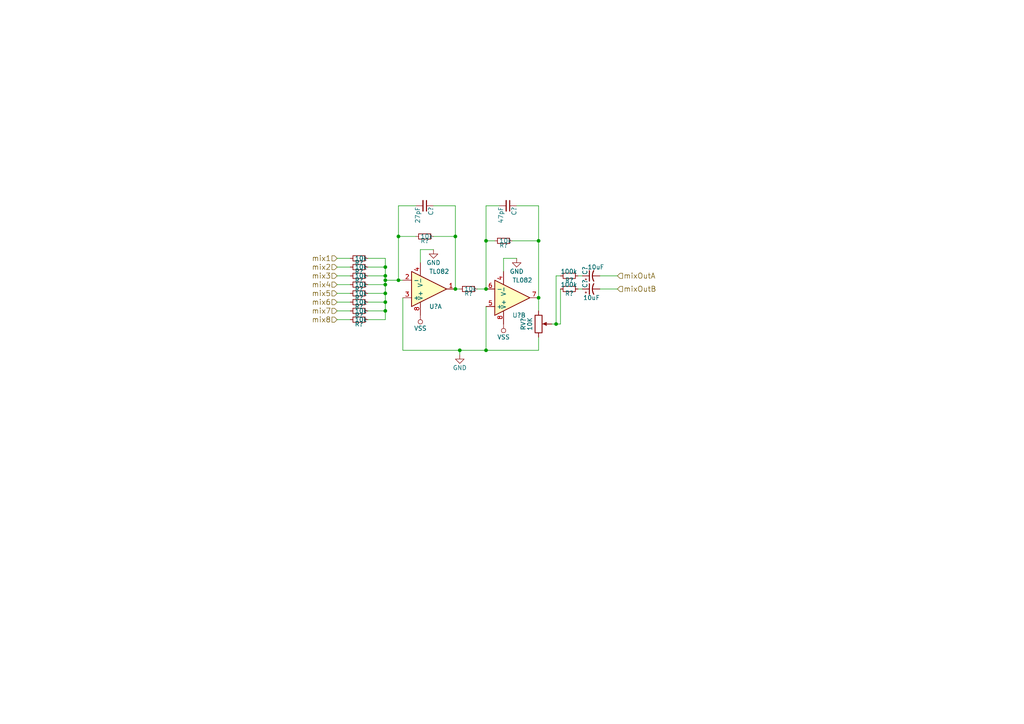
<source format=kicad_sch>
(kicad_sch (version 20230121) (generator eeschema)
  (paper "A4")
  (lib_symbols
    (symbol "CMOSworkshop-rescue:CP1_Small" (pin_numbers hide) (pin_names (offset 0.254) hide)
      (property "Reference" "C" (at 0.254 1.778 0))
      (property "Value" "CP1_Small" (at 0.254 -2.032 0))
      (symbol "CP1_Small_0_1"
        (polyline (pts (xy -1.524 0.508) (xy 1.524 0.508)) (stroke (width 0.3048)))
        (polyline (pts (xy -1.27 1.524) (xy -0.762 1.524)))
        (polyline (pts (xy -1.016 1.27) (xy -1.016 1.778)))
        (arc (start 1.524 -0.762) (mid 0 -0.3734) (end -1.524 -0.762) (stroke (width 0.3048)))
      )
      (symbol "CP1_Small_1_1"
        (pin passive line (at 0 2.54 270) (length 2.032) (name "+") (number "+"))
        (pin passive line (at 0 -2.54 90) (length 2.032) (name "-") (number "-"))
      )
    )
    (symbol "CMOSworkshop-rescue:C_Small" (pin_numbers hide) (pin_names (offset 0.254) hide)
      (property "Reference" "C" (at 0.254 1.778 0))
      (property "Value" "C_Small" (at 0.254 -2.032 0))
      (symbol "C_Small_0_1"
        (polyline (pts (xy -1.524 -0.508) (xy 1.524 -0.508)) (stroke (width 0.3302)))
        (polyline (pts (xy -1.524 0.508) (xy 1.524 0.508)) (stroke (width 0.3048)))
      )
      (symbol "C_Small_1_1"
        (pin passive line (at 0 2.54 270) (length 2.032) (name "~") (number "1"))
        (pin passive line (at 0 -2.54 90) (length 2.032) (name "~") (number "2"))
      )
    )
    (symbol "CMOSworkshop-rescue:GND" (power) (pin_names (offset 0))
      (property "Value" "GND" (at 0 -3.81 0))
      (symbol "GND_0_1"
        (polyline (pts (xy 0 0) (xy 0 -1.27) (xy 1.27 -1.27) (xy 0 -2.54) (xy -1.27 -1.27) (xy 0 -1.27)))
      )
      (symbol "GND_1_1"
        (pin power_in line (at 0 0 270) (length 0) hide (name "GND") (number "1"))
      )
    )
    (symbol "CMOSworkshop-rescue:POT" (pin_numbers hide) (pin_names (offset 1.016) hide)
      (property "Reference" "RV" (at -4.445 0 90))
      (property "Value" "POT" (at -2.54 0 90))
      (symbol "POT_0_1"
        (polyline (pts (xy 2.54 0) (xy 1.524 0)))
        (polyline (pts (xy 1.143 0) (xy 2.286 0.508) (xy 2.286 -0.508)) (fill (type outline)))
        (rectangle (start 1.016 2.54) (end -1.016 -2.54) (stroke (width 0.254)))
      )
      (symbol "POT_1_1"
        (pin passive line (at 0 3.81 270) (length 1.27) (name "1") (number "1"))
        (pin passive line (at 3.81 0 180) (length 1.27) (name "2") (number "2"))
        (pin passive line (at 0 -3.81 90) (length 1.27) (name "3") (number "3"))
      )
    )
    (symbol "CMOSworkshop-rescue:R_Small" (pin_numbers hide) (pin_names (offset 0.254) hide)
      (property "Reference" "R" (at 0.762 0.508 0))
      (property "Value" "R_Small" (at 0.762 -1.016 0))
      (symbol "R_Small_0_1"
        (rectangle (start -0.762 1.778) (end 0.762 -1.778) (stroke (width 0.2032)))
      )
      (symbol "R_Small_1_1"
        (pin passive line (at 0 2.54 270) (length 0.762) (name "~") (number "1"))
        (pin passive line (at 0 -2.54 90) (length 0.762) (name "~") (number "2"))
      )
    )
    (symbol "CMOSworkshop-rescue:TL082"
      (property "Reference" "U" (at 0 5.08 0))
      (property "Value" "TL082" (at 0 -5.08 0))
      (symbol "TL082_0_1"
        (polyline (pts (xy -5.08 5.08) (xy 5.08 0) (xy -5.08 -5.08) (xy -5.08 5.08)) (stroke (width 0.254)) (fill (type background)))
        (pin power_in line (at -2.54 -7.62 90) (length 3.81) (name "V-") (number "4"))
        (pin power_in line (at -2.54 7.62 270) (length 3.81) (name "V+") (number "8"))
      )
      (symbol "TL082_1_1"
        (pin output line (at 7.62 0 180) (length 2.54) (name "~") (number "1"))
        (pin input line (at -7.62 -2.54 0) (length 2.54) (name "-") (number "2"))
        (pin input line (at -7.62 2.54 0) (length 2.54) (name "+") (number "3"))
      )
      (symbol "TL082_2_1"
        (pin input line (at -7.62 2.54 0) (length 2.54) (name "+") (number "5"))
        (pin input line (at -7.62 -2.54 0) (length 2.54) (name "-") (number "6"))
        (pin output line (at 7.62 0 180) (length 2.54) (name "~") (number "7"))
      )
    )
    (symbol "CMOSworkshop-rescue:VSS" (power) (pin_names (offset 0))
      (property "Value" "VSS" (at 0 3.81 0))
      (symbol "VSS_0_1"
        (polyline (pts (xy 0 0) (xy 0 1.27)))
        (circle (center 0 1.905) (radius 0.635))
      )
      (symbol "VSS_1_1"
        (pin power_in line (at 0 0 90) (length 0) hide (name "VSS") (number "1"))
      )
    )
  )
  (junction (at 133.35 101.6))
  (junction (at 111.76 85.09))
  (junction (at 111.76 77.47))
  (junction (at 115.57 68.58))
  (junction (at 115.57 81.28))
  (junction (at 111.76 82.55))
  (junction (at 161.29 93.98))
  (junction (at 132.08 68.58))
  (junction (at 111.76 81.28))
  (junction (at 156.21 86.36))
  (junction (at 132.08 83.82))
  (junction (at 156.21 69.85))
  (junction (at 111.76 87.63))
  (junction (at 140.97 101.6))
  (junction (at 140.97 69.85))
  (junction (at 140.97 83.82))
  (junction (at 111.76 90.17))
  (junction (at 111.76 80.01))
  (wire (pts (xy 148.59 69.85) (xy 156.21 69.85)))
  (wire (pts (xy 125.73 72.39) (xy 121.92 72.39)))
  (wire (pts (xy 115.57 68.58) (xy 115.57 81.28)))
  (wire (pts (xy 125.73 59.69) (xy 132.08 59.69)))
  (wire (pts (xy 146.05 74.93) (xy 146.05 78.74)))
  (wire (pts (xy 125.73 68.58) (xy 132.08 68.58)))
  (wire (pts (xy 115.57 81.28) (xy 111.76 81.28)))
  (wire (pts (xy 140.97 59.69) (xy 140.97 69.85)))
  (wire (pts (xy 116.84 101.6) (xy 133.35 101.6)))
  (wire (pts (xy 97.79 80.01) (xy 101.6 80.01)))
  (wire (pts (xy 116.84 86.36) (xy 116.84 101.6)))
  (wire (pts (xy 140.97 101.6) (xy 156.21 101.6)))
  (wire (pts (xy 111.76 80.01) (xy 111.76 81.28)))
  (wire (pts (xy 132.08 59.69) (xy 132.08 68.58)))
  (wire (pts (xy 133.35 102.87) (xy 133.35 101.6)))
  (wire (pts (xy 111.76 77.47) (xy 111.76 80.01)))
  (wire (pts (xy 116.84 81.28) (xy 115.57 81.28)))
  (wire (pts (xy 140.97 83.82) (xy 138.43 83.82)))
  (wire (pts (xy 140.97 101.6) (xy 140.97 88.9)))
  (wire (pts (xy 111.76 85.09) (xy 106.68 85.09)))
  (wire (pts (xy 106.68 77.47) (xy 111.76 77.47)))
  (wire (pts (xy 111.76 90.17) (xy 111.76 92.71)))
  (wire (pts (xy 162.56 83.82) (xy 162.56 93.98)))
  (wire (pts (xy 162.56 80.01) (xy 161.29 80.01)))
  (wire (pts (xy 101.6 90.17) (xy 97.79 90.17)))
  (wire (pts (xy 132.08 68.58) (xy 132.08 83.82)))
  (wire (pts (xy 111.76 74.93) (xy 111.76 77.47)))
  (wire (pts (xy 156.21 86.36) (xy 156.21 90.17)))
  (wire (pts (xy 162.56 93.98) (xy 161.29 93.98)))
  (wire (pts (xy 156.21 69.85) (xy 156.21 86.36)))
  (wire (pts (xy 132.08 83.82) (xy 133.35 83.82)))
  (wire (pts (xy 143.51 69.85) (xy 140.97 69.85)))
  (wire (pts (xy 167.64 83.82) (xy 168.91 83.82)))
  (wire (pts (xy 156.21 101.6) (xy 156.21 97.79)))
  (wire (pts (xy 156.21 59.69) (xy 156.21 69.85)))
  (wire (pts (xy 121.92 72.39) (xy 121.92 76.2)))
  (wire (pts (xy 173.99 80.01) (xy 179.07 80.01)))
  (wire (pts (xy 111.76 90.17) (xy 106.68 90.17)))
  (wire (pts (xy 111.76 85.09) (xy 111.76 87.63)))
  (wire (pts (xy 106.68 80.01) (xy 111.76 80.01)))
  (wire (pts (xy 161.29 93.98) (xy 160.02 93.98)))
  (wire (pts (xy 149.86 59.69) (xy 156.21 59.69)))
  (wire (pts (xy 101.6 92.71) (xy 97.79 92.71)))
  (wire (pts (xy 173.99 83.82) (xy 179.07 83.82)))
  (wire (pts (xy 111.76 82.55) (xy 106.68 82.55)))
  (wire (pts (xy 111.76 81.28) (xy 111.76 82.55)))
  (wire (pts (xy 111.76 82.55) (xy 111.76 85.09)))
  (wire (pts (xy 140.97 69.85) (xy 140.97 83.82)))
  (wire (pts (xy 133.35 101.6) (xy 140.97 101.6)))
  (wire (pts (xy 111.76 87.63) (xy 106.68 87.63)))
  (wire (pts (xy 115.57 59.69) (xy 115.57 68.58)))
  (wire (pts (xy 161.29 80.01) (xy 161.29 93.98)))
  (wire (pts (xy 101.6 87.63) (xy 97.79 87.63)))
  (wire (pts (xy 167.64 80.01) (xy 168.91 80.01)))
  (wire (pts (xy 144.78 59.69) (xy 140.97 59.69)))
  (wire (pts (xy 111.76 74.93) (xy 106.68 74.93)))
  (wire (pts (xy 149.86 74.93) (xy 146.05 74.93)))
  (wire (pts (xy 97.79 74.93) (xy 101.6 74.93)))
  (wire (pts (xy 120.65 68.58) (xy 115.57 68.58)))
  (wire (pts (xy 111.76 92.71) (xy 106.68 92.71)))
  (wire (pts (xy 97.79 77.47) (xy 101.6 77.47)))
  (wire (pts (xy 97.79 85.09) (xy 101.6 85.09)))
  (wire (pts (xy 111.76 87.63) (xy 111.76 90.17)))
  (wire (pts (xy 97.79 82.55) (xy 101.6 82.55)))
  (wire (pts (xy 120.65 59.69) (xy 115.57 59.69)))
  (hierarchical_label "mixOutA" (shape input) (at 179.07 80.01 0) (effects (font (size 1.524 1.524))))
  (hierarchical_label "mix4" (shape input) (at 97.79 82.55 180) (effects (font (size 1.524 1.524))))
  (hierarchical_label "mix8" (shape input) (at 97.79 92.71 180) (effects (font (size 1.524 1.524))))
  (hierarchical_label "mix6" (shape input) (at 97.79 87.63 180) (effects (font (size 1.524 1.524))))
  (hierarchical_label "mix2" (shape input) (at 97.79 77.47 180) (effects (font (size 1.524 1.524))))
  (hierarchical_label "mix7" (shape input) (at 97.79 90.17 180) (effects (font (size 1.524 1.524))))
  (hierarchical_label "mix1" (shape input) (at 97.79 74.93 180) (effects (font (size 1.524 1.524))))
  (hierarchical_label "mixOutB" (shape input) (at 179.07 83.82 0) (effects (font (size 1.524 1.524))))
  (hierarchical_label "mix3" (shape input) (at 97.79 80.01 180) (effects (font (size 1.524 1.524))))
  (hierarchical_label "mix5" (shape input) (at 97.79 85.09 180) (effects (font (size 1.524 1.524))))
  (symbol (lib_id "CMOSworkshop-rescue:R_Small") (at 104.14 92.71 270) (unit 1)
    (property "Reference" "R?" (at 102.87 93.98 90) (effects (justify left)))
    (property "Value" "10k" (at 102.87 92.71 90) (effects (justify left)))
  )
  (symbol (lib_id "CMOSworkshop-rescue:R_Small") (at 104.14 90.17 270) (unit 1)
    (property "Reference" "R?" (at 102.87 91.44 90) (effects (justify left)))
    (property "Value" "10k" (at 102.87 90.17 90) (effects (justify left)))
  )
  (symbol (lib_id "CMOSworkshop-rescue:R_Small") (at 104.14 87.63 270) (unit 1)
    (property "Reference" "R?" (at 102.87 88.9 90) (effects (justify left)))
    (property "Value" "10k" (at 102.87 87.63 90) (effects (justify left)))
  )
  (symbol (lib_id "CMOSworkshop-rescue:R_Small") (at 104.14 85.09 270) (unit 1)
    (property "Reference" "R?" (at 102.87 86.36 90) (effects (justify left)))
    (property "Value" "10k" (at 102.87 85.09 90) (effects (justify left)))
  )
  (symbol (lib_id "CMOSworkshop-rescue:R_Small") (at 104.14 82.55 270) (unit 1)
    (property "Reference" "R?" (at 102.87 83.82 90) (effects (justify left)))
    (property "Value" "10k" (at 102.87 82.55 90) (effects (justify left)))
  )
  (symbol (lib_id "CMOSworkshop-rescue:R_Small") (at 104.14 80.01 270) (unit 1)
    (property "Reference" "R?" (at 102.87 81.28 90) (effects (justify left)))
    (property "Value" "10k" (at 102.87 80.01 90) (effects (justify left)))
  )
  (symbol (lib_id "CMOSworkshop-rescue:R_Small") (at 104.14 77.47 270) (unit 1)
    (property "Reference" "R?" (at 102.87 78.74 90) (effects (justify left)))
    (property "Value" "10k" (at 102.87 77.47 90) (effects (justify left)))
  )
  (symbol (lib_id "CMOSworkshop-rescue:R_Small") (at 104.14 74.93 270) (unit 1)
    (property "Reference" "R?" (at 102.87 76.2 90) (effects (justify left)))
    (property "Value" "10k" (at 102.87 74.93 90) (effects (justify left)))
  )
  (symbol (lib_id "CMOSworkshop-rescue:TL082") (at 124.46 83.82 0) (mirror x) (unit 1)
    (property "Reference" "U?" (at 124.46 88.9 0) (effects (justify left)))
    (property "Value" "TL082" (at 124.46 78.74 0) (effects (justify left)))
  )
  (symbol (lib_id "CMOSworkshop-rescue:TL082") (at 148.59 86.36 0) (mirror x) (unit 2)
    (property "Reference" "U?" (at 148.59 91.44 0) (effects (justify left)))
    (property "Value" "TL082" (at 148.59 81.28 0) (effects (justify left)))
  )
  (symbol (lib_id "CMOSworkshop-rescue:R_Small") (at 135.89 83.82 270) (unit 1)
    (property "Reference" "R?" (at 134.62 85.09 90) (effects (justify left)))
    (property "Value" "10k" (at 134.62 83.82 90) (effects (justify left)))
  )
  (symbol (lib_id "CMOSworkshop-rescue:R_Small") (at 123.19 68.58 270) (unit 1)
    (property "Reference" "R?" (at 121.92 69.85 90) (effects (justify left)))
    (property "Value" "10k" (at 121.92 68.58 90) (effects (justify left)))
  )
  (symbol (lib_id "CMOSworkshop-rescue:R_Small") (at 146.05 69.85 270) (unit 1)
    (property "Reference" "R?" (at 144.78 71.12 90) (effects (justify left)))
    (property "Value" "10k" (at 144.78 69.85 90) (effects (justify left)))
  )
  (symbol (lib_id "CMOSworkshop-rescue:C_Small") (at 123.19 59.69 270) (unit 1)
    (property "Reference" "C?" (at 124.968 59.944 0) (effects (justify left)))
    (property "Value" "27pF" (at 121.158 59.944 0) (effects (justify left)))
  )
  (symbol (lib_id "CMOSworkshop-rescue:C_Small") (at 147.32 59.69 270) (unit 1)
    (property "Reference" "C?" (at 149.098 59.944 0) (effects (justify left)))
    (property "Value" "47pF" (at 145.288 59.944 0) (effects (justify left)))
  )
  (symbol (lib_id "CMOSworkshop-rescue:GND") (at 133.35 102.87 0) (unit 1)
    (property "Reference" "#PWR?" (effects hide))
    (property "Value" "GND" (at 133.35 106.68 0))
  )
  (symbol (lib_id "CMOSworkshop-rescue:GND") (at 125.73 72.39 0) (unit 1)
    (property "Reference" "#PWR?" (effects hide))
    (property "Value" "GND" (at 125.73 76.2 0))
  )
  (symbol (lib_id "CMOSworkshop-rescue:GND") (at 149.86 74.93 0) (unit 1)
    (property "Reference" "#PWR?" (effects hide))
    (property "Value" "GND" (at 149.86 78.74 0))
  )
  (symbol (lib_id "CMOSworkshop-rescue:VSS") (at 121.92 91.44 180) (unit 1)
    (property "Reference" "#PWR?" (effects hide))
    (property "Value" "VSS" (at 121.92 95.25 0))
  )
  (symbol (lib_id "CMOSworkshop-rescue:VSS") (at 146.05 93.98 180) (unit 1)
    (property "Reference" "#PWR?" (effects hide))
    (property "Value" "VSS" (at 146.05 97.79 0))
  )
  (symbol (lib_id "CMOSworkshop-rescue:POT") (at 156.21 93.98 0) (unit 1)
    (property "Reference" "RV?" (at 151.765 93.98 90))
    (property "Value" "10K" (at 153.67 93.98 90))
  )
  (symbol (lib_id "CMOSworkshop-rescue:CP1_Small") (at 171.45 80.01 90) (unit 1)
    (property "Reference" "C?" (at 169.672 79.756 0) (effects (justify left)))
    (property "Value" "10uF" (at 175.26 77.47 90) (effects (justify left)))
  )
  (symbol (lib_id "CMOSworkshop-rescue:CP1_Small") (at 171.45 83.82 90) (unit 1)
    (property "Reference" "C?" (at 169.672 83.566 0) (effects (justify left)))
    (property "Value" "10uF" (at 173.99 86.36 90) (effects (justify left)))
  )
  (symbol (lib_id "CMOSworkshop-rescue:R_Small") (at 165.1 80.01 270) (unit 1)
    (property "Reference" "R?" (at 163.83 81.28 90) (effects (justify left)))
    (property "Value" "100k" (at 162.56 78.74 90) (effects (justify left)))
  )
  (symbol (lib_id "CMOSworkshop-rescue:R_Small") (at 165.1 83.82 270) (unit 1)
    (property "Reference" "R?" (at 163.83 85.09 90) (effects (justify left)))
    (property "Value" "100k" (at 162.56 82.55 90) (effects (justify left)))
  )
)
</source>
